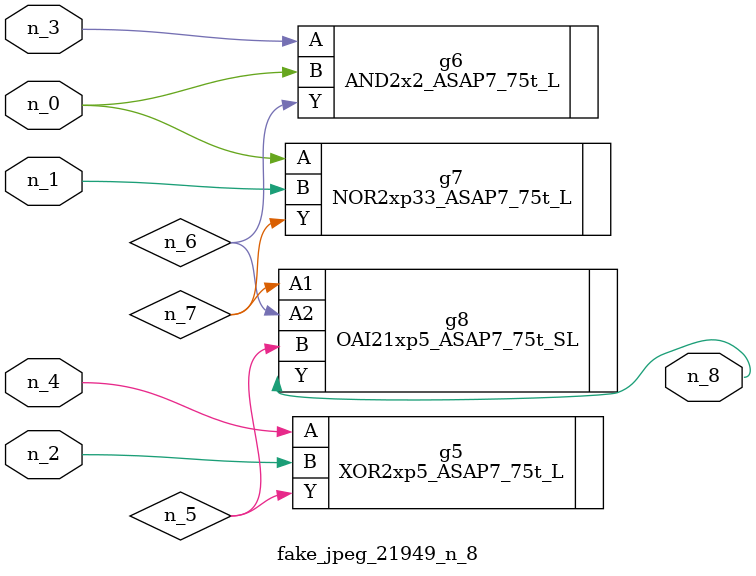
<source format=v>
module fake_jpeg_21949_n_8 (n_3, n_2, n_1, n_0, n_4, n_8);

input n_3;
input n_2;
input n_1;
input n_0;
input n_4;

output n_8;

wire n_6;
wire n_5;
wire n_7;

XOR2xp5_ASAP7_75t_L g5 ( 
.A(n_4),
.B(n_2),
.Y(n_5)
);

AND2x2_ASAP7_75t_L g6 ( 
.A(n_3),
.B(n_0),
.Y(n_6)
);

NOR2xp33_ASAP7_75t_L g7 ( 
.A(n_0),
.B(n_1),
.Y(n_7)
);

OAI21xp5_ASAP7_75t_SL g8 ( 
.A1(n_7),
.A2(n_6),
.B(n_5),
.Y(n_8)
);


endmodule
</source>
